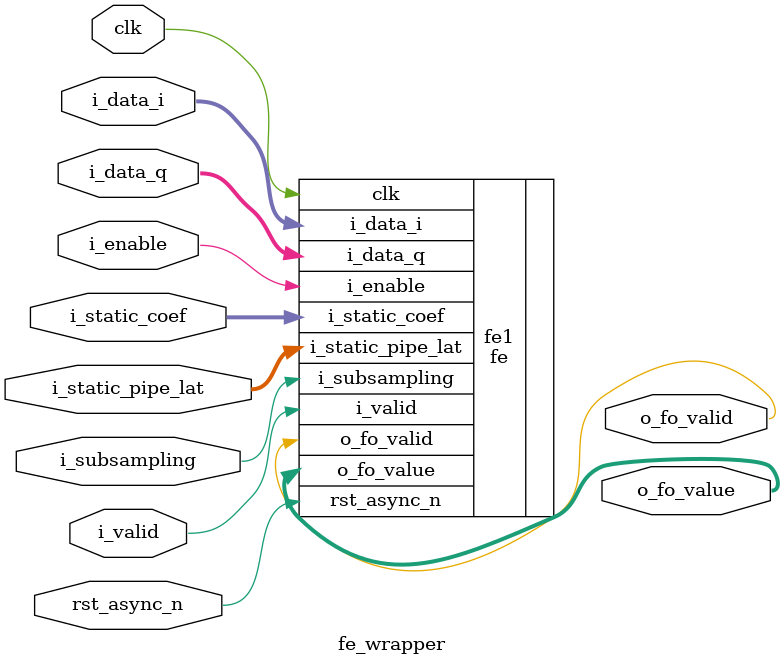
<source format=sv>

module fe_wrapper #(
    parameter NBW_IN    = 9,
    parameter NBI_IN    = 2,
  	parameter NBW_FFT   = NBW_IN+2,
    parameter NBI_FFT   = NBI_IN+9,
	parameter FE_NS_IN	= 64,
	parameter FE_NS_FFT = 512,
	parameter FE_NB_MAX = 8,
	parameter FE_NS_FIR = 5
)
(
	input  logic clk,
    input  logic rst_async_n,  

    input  logic i_valid,
	input  logic i_subsampling,
	input  logic i_enable,

	input  logic [9:0] i_static_pipe_lat, 
	input  logic signed[NBW_IN*FE_NS_FIR-1:0] i_static_coef,

    input  logic signed [NBW_IN*FE_NS_IN-1:0] i_data_i,
    input  logic signed [NBW_IN*FE_NS_IN-1:0] i_data_q,

	output logic o_fo_valid,	
	
    output logic signed [NBW_IN-1+6:0] o_fo_value   // 15 bits
);

/*logic signed[NBW_IN-1:0] w_i_static_coef [FE_NS_FIR-1:0];

logic signed [NBW_IN-1:0] w_i_data_i [FE_NS_IN-1:0];
logic signed [NBW_IN-1:0] w_i_data_q [FE_NS_IN-1:0];


genvar i,j;
    generate
        for(i=0; i<FE_NS_IN; i=i+1) begin : in
            assign w_i_data_i[i] = $signed(i_data_i[(i+1)*NBW_IN-1:i*NBW_IN]); 
            assign w_i_data_q[i] = $signed(i_data_q[(i+1)*NBW_IN-1:i*NBW_IN]);            
        end

        for(j=0; j<FE_NS_FIR; j=j+1) begin : coef
            assign w_i_static_coef[j] = $signed(i_static_coef[(j+1)*NBW_IN-1:j*NBW_IN]); 
        end
    endgenerate*/

fe #( 	.NBW_IN    	(NBW_IN),
		.NBI_IN   	(NBI_IN),
	  	.NBW_FFT  	(NBW_FFT),
		.NBI_FFT  	(NBI_FFT),
		.FE_NS_IN  	(FE_NS_IN),
		.FE_NS_FFT 	(FE_NS_FFT),
		.FE_NB_MAX	(FE_NB_MAX),
		.FE_NS_FIR 	(FE_NS_FIR)
)
fe1( 	.clk(clk), 
		.rst_async_n(rst_async_n), 
		.i_subsampling(i_subsampling), 
		.i_valid(i_valid), 
		.o_fo_valid(o_fo_valid),
		.i_data_i(i_data_i), 
		.i_data_q(i_data_q), 
		.o_fo_value(o_fo_value), 
		.i_static_coef(i_static_coef), 
		.i_enable(i_enable), 
		.i_static_pipe_lat(i_static_pipe_lat)
);


endmodule

</source>
